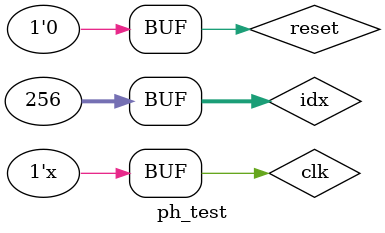
<source format=v>
/*
Testbench for PearsonHash.v
Nik Sultana, Cambridge University Computer Lab, January 2017

 This software was developed by the University of Cambridge,
 Computer Laboratory under EPSRC NaaS Project EP/K034723/1 

 Use of this source code is governed by the Apache 2.0 license; see LICENSE file
*/

`timescale 1ns / 1ps

`define K_DRIVEN 1

module ph_test;

reg clk = 0;
always #1 clk = !clk;

reg reset;

localparam BLOCK_SIZE_IN_OCTETS = 8;

wire write_ready;
wire encipher_ready;
wire init_hash_ready;
wire block_ready;
wire [7:0] cipher_out;
wire [7:0] block_hash;

`ifdef K_DRIVEN
wire write_enable;
wire encipher_enable;
wire init_hash_enable;
wire block_enable;
wire [7:0] idx_in;
wire [7:0] key_byte_in;
wire [7:0] data_in;
wire [(BLOCK_SIZE_IN_OCTETS * 8) - 1:0] block_in;
`elsif V_DRIVEN
reg write_enable = 0;
reg encipher_enable = 0;
reg init_hash_enable = 0;
reg block_enable = 0;
reg [7:0] idx_in;
reg [7:0] key_byte_in;
reg [7:0] data_in;
reg [(BLOCK_SIZE_IN_OCTETS * 8) - 1:0] block_in;
`endif

PearsonHash
 #(.BLOCK_SIZE_IN_OCTETS(BLOCK_SIZE_IN_OCTETS))
  ph
  (.reset(reset),
   .write_enable(write_enable),
   .encipher_enable(encipher_enable),
   .write_ready(write_ready),
   .encipher_ready(encipher_ready),
   .init_hash_enable(init_hash_enable),
   .init_hash_ready(init_hash_ready),
   .idx_in(idx_in),
   .key_byte_in(key_byte_in),
   .data_in(data_in),
   .cipher_out(cipher_out),
   .block_ready(block_ready),
   .block_hash(block_hash),
   .block_in(block_in),
   .block_enable(block_enable));

`ifdef K_DRIVEN
PearsonHash_KL_Test ph_kl_test
   (.PH_cipher_out(cipher_out),
    .PH_encipher_ready(encipher_ready),
    .PH_encipher_enable(encipher_enable),
    .PH_data_in(data_in),
    .PH_write_ready(write_ready),
    .PH_write_enable(write_enable),
    .PH_init_hash_enable(init_hash_enable),
    .PH_init_hash_ready(init_hash_ready),
    .PH_key_byte_in(key_byte_in),
    .PH_idx_in(idx_in),
    .clk(clk),
    .reset(reset),
    .PH_block_ready(block_ready),
    .PH_block_hash(block_hash),
    .PH_block_in(block_in),
    .PH_block_enable(block_enable));
`endif

integer idx;

initial begin
  $dumpfile("ph_test.vcd");
  $dumpvars(0,ph_test);

  for (idx = 0; idx < 256; idx = idx + 1) begin
    $dumpvars(0,ph_test.ph.mejda[idx]);
  end

`ifdef K_DRIVEN
  #16
  reset = 1;
  #4
  reset = 0;
  // FIXME add a "start" signal to KL_Test?

`elsif V_DRIVEN
  #2
     data_in = 8'd10;
     reset = 1;
  #4 reset = 0;

  for (idx = 0; idx < 256; idx = idx + 1) begin
    #1 idx_in <= idx;
       key_byte_in <= 255 - idx;
       write_enable <= 1;
    #1 write_enable <= 0;
  end

    #1 data_in <= 8'd0;
       init_hash_enable <= 1;
    #1 init_hash_enable <= 0;

  for (idx = 0; idx < 256; idx = idx + 1) begin
    #1 data_in <= idx;
       encipher_enable <= 1;
    #1 encipher_enable <= 0;
  end

  for (idx = 0; idx < 256; idx = idx + 1) begin
    #1 data_in <= idx;
       encipher_enable <= 1;
    #1 encipher_enable <= 0;
  end

   #1 block_in <= 64'd901242;
      block_enable <= 1;
   #1 block_enable <= 0;

   #1 block_in <= 64'd10;
      block_enable <= 1;
   #1 block_enable <= 0;

   // Should see the same output as when we calculated this earlier.
   #1 block_in <= 64'd901242;
      block_enable <= 1;
   #1 block_enable <= 0;

   // As before.
   #1 block_in <= 64'd10;
      block_enable <= 1;
   #1 block_enable <= 0;
  #20 $finish;
`endif
end

endmodule

</source>
